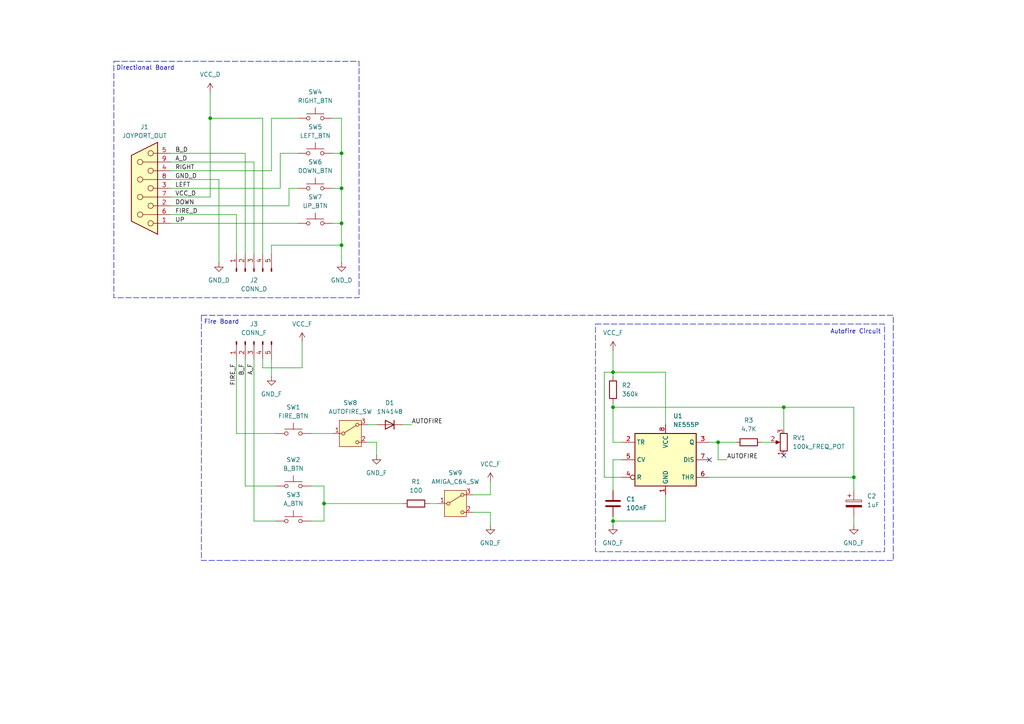
<source format=kicad_sch>
(kicad_sch (version 20231120) (generator "eeschema") (generator_version "8.0")
  (paper "A4")
  (title_block (title "YBoard") (date "2024-07-07") (rev "1.0") (company "Kot_Behemot"))
  (lib_symbols
    (symbol "Connector:Conn_01x05_Pin" (pin_names (offset 1.016) hide)
      (property "Reference" "J" (at 0 7.62 0))
      (property "Value" "Conn_01x05_Pin" (at 0 -7.62 0))
      (symbol "Conn_01x05_Pin_1_1"
        (polyline (pts (xy 1.27 -5.08) (xy 0.8636 -5.08)) (stroke (width 0.1524)))
        (polyline (pts (xy 1.27 -2.54) (xy 0.8636 -2.54)) (stroke (width 0.1524)))
        (polyline (pts (xy 1.27 0) (xy 0.8636 0)) (stroke (width 0.1524)))
        (polyline (pts (xy 1.27 2.54) (xy 0.8636 2.54)) (stroke (width 0.1524)))
        (polyline (pts (xy 1.27 5.08) (xy 0.8636 5.08)) (stroke (width 0.1524)))
        (rectangle (start 0.8636 -4.953) (end 0 -5.207) (stroke (width 0.1524)) (fill (type outline)))
        (rectangle (start 0.8636 -2.413) (end 0 -2.667) (stroke (width 0.1524)) (fill (type outline)))
        (rectangle (start 0.8636 0.127) (end 0 -0.127) (stroke (width 0.1524)) (fill (type outline)))
        (rectangle (start 0.8636 2.667) (end 0 2.413) (stroke (width 0.1524)) (fill (type outline)))
        (rectangle (start 0.8636 5.207) (end 0 4.953) (stroke (width 0.1524)) (fill (type outline)))
        (pin passive line (at 5.08 5.08 180) (length 3.81) (name "Pin_1") (number "1"))
        (pin passive line (at 5.08 2.54 180) (length 3.81) (name "Pin_2") (number "2"))
        (pin passive line (at 5.08 0 180) (length 3.81) (name "Pin_3") (number "3"))
        (pin passive line (at 5.08 -2.54 180) (length 3.81) (name "Pin_4") (number "4"))
        (pin passive line (at 5.08 -5.08 180) (length 3.81) (name "Pin_5") (number "5"))
      )
    )
    (symbol "Connector:DE9_Receptacle" (pin_names (offset 1.016) hide)
      (property "Reference" "J" (at 0 13.97 0))
      (property "Value" "DE9_Receptacle" (at 0 -14.605 0))
      (symbol "DE9_Receptacle_0_1"
        (circle (center -1.778 -10.16) (radius 0.762))
        (circle (center -1.778 -5.08) (radius 0.762))
        (circle (center -1.778 0) (radius 0.762))
        (circle (center -1.778 5.08) (radius 0.762))
        (circle (center -1.778 10.16) (radius 0.762))
        (polyline (pts (xy -3.81 -10.16) (xy -2.54 -10.16)))
        (polyline (pts (xy -3.81 -7.62) (xy 0.508 -7.62)))
        (polyline (pts (xy -3.81 -5.08) (xy -2.54 -5.08)))
        (polyline (pts (xy -3.81 -2.54) (xy 0.508 -2.54)))
        (polyline (pts (xy -3.81 0) (xy -2.54 0)))
        (polyline (pts (xy -3.81 2.54) (xy 0.508 2.54)))
        (polyline (pts (xy -3.81 5.08) (xy -2.54 5.08)))
        (polyline (pts (xy -3.81 7.62) (xy 0.508 7.62)))
        (polyline (pts (xy -3.81 10.16) (xy -2.54 10.16)))
        (polyline (pts (xy -3.81 13.335) (xy -3.81 -13.335) (xy 3.81 -9.525) (xy 3.81 9.525) (xy -3.81 13.335)) (stroke (width 0.254)) (fill (type background)))
        (circle (center 1.27 -7.62) (radius 0.762))
        (circle (center 1.27 -2.54) (radius 0.762))
        (circle (center 1.27 2.54) (radius 0.762))
        (circle (center 1.27 7.62) (radius 0.762))
      )
      (symbol "DE9_Receptacle_1_1"
        (pin passive line (at -7.62 10.16 0) (length 3.81) (name "1") (number "1"))
        (pin passive line (at -7.62 5.08 0) (length 3.81) (name "2") (number "2"))
        (pin passive line (at -7.62 0 0) (length 3.81) (name "3") (number "3"))
        (pin passive line (at -7.62 -5.08 0) (length 3.81) (name "4") (number "4"))
        (pin passive line (at -7.62 -10.16 0) (length 3.81) (name "5") (number "5"))
        (pin passive line (at -7.62 7.62 0) (length 3.81) (name "6") (number "6"))
        (pin passive line (at -7.62 2.54 0) (length 3.81) (name "7") (number "7"))
        (pin passive line (at -7.62 -2.54 0) (length 3.81) (name "8") (number "8"))
        (pin passive line (at -7.62 -7.62 0) (length 3.81) (name "9") (number "9"))
      )
    )
    (symbol "Device:C" (pin_numbers hide) (pin_names (offset 0.254))
      (property "Reference" "C" (at 0.635 2.54 0))
      (property "Value" "C" (at 0.635 -2.54 0))
      (symbol "C_0_1"
        (polyline (pts (xy -2.032 -0.762) (xy 2.032 -0.762)) (stroke (width 0.508)))
        (polyline (pts (xy -2.032 0.762) (xy 2.032 0.762)) (stroke (width 0.508)))
      )
      (symbol "C_1_1"
        (pin passive line (at 0 3.81 270) (length 2.794) (name "~") (number "1"))
        (pin passive line (at 0 -3.81 90) (length 2.794) (name "~") (number "2"))
      )
    )
    (symbol "Device:C_Polarized" (pin_numbers hide) (pin_names (offset 0.254))
      (property "Reference" "C" (at 0.635 2.54 0))
      (property "Value" "C_Polarized" (at 0.635 -2.54 0))
      (symbol "C_Polarized_0_1"
        (rectangle (start -2.286 0.508) (end 2.286 1.016))
        (polyline (pts (xy -1.778 2.286) (xy -0.762 2.286)))
        (polyline (pts (xy -1.27 2.794) (xy -1.27 1.778)))
        (rectangle (start 2.286 -0.508) (end -2.286 -1.016) (fill (type outline)))
      )
      (symbol "C_Polarized_1_1"
        (pin passive line (at 0 3.81 270) (length 2.794) (name "~") (number "1"))
        (pin passive line (at 0 -3.81 90) (length 2.794) (name "~") (number "2"))
      )
    )
    (symbol "Device:R" (pin_numbers hide) (pin_names (offset 0))
      (property "Reference" "R" (at 2.032 0 90))
      (property "Value" "R" (at 0 0 90))
      (symbol "R_0_1"
        (rectangle (start -1.016 -2.54) (end 1.016 2.54) (stroke (width 0.254)))
      )
      (symbol "R_1_1"
        (pin passive line (at 0 3.81 270) (length 1.27) (name "~") (number "1"))
        (pin passive line (at 0 -3.81 90) (length 1.27) (name "~") (number "2"))
      )
    )
    (symbol "Device:R_Potentiometer" (pin_names (offset 1.016) hide)
      (property "Reference" "RV" (at -4.445 0 90))
      (property "Value" "R_Potentiometer" (at -2.54 0 90))
      (symbol "R_Potentiometer_0_1"
        (polyline (pts (xy 2.54 0) (xy 1.524 0)))
        (polyline (pts (xy 1.143 0) (xy 2.286 0.508) (xy 2.286 -0.508) (xy 1.143 0)) (fill (type outline)))
        (rectangle (start 1.016 2.54) (end -1.016 -2.54) (stroke (width 0.254)))
      )
      (symbol "R_Potentiometer_1_1"
        (pin passive line (at 0 3.81 270) (length 1.27) (name "1") (number "1"))
        (pin passive line (at 3.81 0 180) (length 1.27) (name "2") (number "2"))
        (pin passive line (at 0 -3.81 90) (length 1.27) (name "3") (number "3"))
      )
    )
    (symbol "Diode:1N4148" (pin_numbers hide) (pin_names hide)
      (property "Reference" "D" (at 0 2.54 0))
      (property "Value" "1N4148" (at 0 -2.54 0))
      (symbol "1N4148_0_1"
        (polyline (pts (xy -1.27 1.27) (xy -1.27 -1.27)) (stroke (width 0.254)))
        (polyline (pts (xy 1.27 0) (xy -1.27 0)))
        (polyline (pts (xy 1.27 1.27) (xy 1.27 -1.27) (xy -1.27 0) (xy 1.27 1.27)) (stroke (width 0.254)))
      )
      (symbol "1N4148_1_1"
        (pin passive line (at -3.81 0 0) (length 2.54) (name "K") (number "1"))
        (pin passive line (at 3.81 0 180) (length 2.54) (name "A") (number "2"))
      )
    )
    (symbol "Switch:SW_Push" (pin_numbers hide) (pin_names (offset 1.016) hide)
      (property "Reference" "SW" (at 1.27 2.54 0))
      (property "Value" "SW_Push" (at 0 -1.524 0))
      (symbol "SW_Push_0_1"
        (circle (center -2.032 0) (radius 0.508))
        (polyline (pts (xy 0 1.27) (xy 0 3.048)))
        (polyline (pts (xy 2.54 1.27) (xy -2.54 1.27)))
        (circle (center 2.032 0) (radius 0.508))
        (pin passive line (at -5.08 0 0) (length 2.54) (name "1") (number "1"))
        (pin passive line (at 5.08 0 180) (length 2.54) (name "2") (number "2"))
      )
    )
    (symbol "Switch:SW_SPDT_312" (pin_names (offset 1) hide)
      (property "Reference" "SW" (at 0 5.08 0))
      (property "Value" "SW_SPDT_312" (at 0 -5.08 0))
      (symbol "SW_SPDT_312_0_1"
        (circle (center -2.032 0) (radius 0.4572))
        (polyline (pts (xy -1.651 0.254) (xy 1.651 2.286)))
        (circle (center 2.032 -2.54) (radius 0.4572))
        (circle (center 2.032 2.54) (radius 0.4572))
      )
      (symbol "SW_SPDT_312_1_1"
        (rectangle (start -3.175 3.81) (end 3.175 -3.81) (fill (type background)))
        (pin passive line (at -5.08 0 0) (length 2.54) (name "B") (number "1"))
        (pin passive line (at 5.08 -2.54 180) (length 2.54) (name "C") (number "2"))
        (pin passive line (at 5.08 2.54 180) (length 2.54) (name "A") (number "3"))
      )
    )
    (symbol "Timer:NE555P"
      (property "Reference" "U" (at -10.16 8.89 0))
      (property "Value" "NE555P" (at 2.54 8.89 0))
      (symbol "NE555P_0_0"
        (pin power_in line (at 0 -10.16 90) (length 2.54) (name "GND") (number "1"))
        (pin power_in line (at 0 10.16 270) (length 2.54) (name "VCC") (number "8"))
      )
      (symbol "NE555P_0_1"
        (rectangle (start -8.89 -7.62) (end 8.89 7.62) (stroke (width 0.254)) (fill (type background)))
        (rectangle (start -8.89 -7.62) (end 8.89 7.62) (stroke (width 0.254)) (fill (type background)))
      )
      (symbol "NE555P_1_1"
        (pin input line (at -12.7 5.08 0) (length 3.81) (name "TR") (number "2"))
        (pin output line (at 12.7 5.08 180) (length 3.81) (name "Q") (number "3"))
        (pin input inverted (at -12.7 -5.08 0) (length 3.81) (name "R") (number "4"))
        (pin input line (at -12.7 0 0) (length 3.81) (name "CV") (number "5"))
        (pin input line (at 12.7 -5.08 180) (length 3.81) (name "THR") (number "6"))
        (pin input line (at 12.7 0 180) (length 3.81) (name "DIS") (number "7"))
      )
    )
    (symbol "power:GND" (power) (pin_numbers hide) (pin_names (offset 0) hide)
      (property "Value" "GND" (at 0 -3.81 0))
      (symbol "GND_0_1"
        (polyline (pts (xy 0 0) (xy 0 -1.27) (xy 1.27 -1.27) (xy 0 -2.54) (xy -1.27 -1.27) (xy 0 -1.27)))
      )
      (symbol "GND_1_1"
        (pin power_in line (at 0 0 270) (length 0) (name "~") (number "1"))
      )
    )
    (symbol "power:VCC" (power) (pin_numbers hide) (pin_names (offset 0) hide)
      (property "Value" "VCC" (at 0 3.556 0))
      (symbol "VCC_0_1"
        (polyline (pts (xy -0.762 1.27) (xy 0 2.54)))
        (polyline (pts (xy 0 0) (xy 0 2.54)))
        (polyline (pts (xy 0 2.54) (xy 0.762 1.27)))
      )
      (symbol "VCC_1_1"
        (pin power_in line (at 0 0 90) (length 0) (name "~") (number "1"))
      )
    )
  )
  (junction (at 93.98 146.05))
  (junction (at 60.96 34.29))
  (junction (at 99.06 44.45))
  (junction (at 177.8 107.95))
  (junction (at 99.06 71.12))
  (junction (at 177.8 151.13))
  (junction (at 208.28 128.27))
  (junction (at 177.8 118.11))
  (junction (at 227.33 118.11))
  (junction (at 99.06 54.61))
  (junction (at 99.06 64.77))
  (junction (at 247.65 138.43))
  (no_connect (at 205.74 133.35))
  (no_connect (at 227.33 132.08))
  (wire (pts (xy 177.8 133.35) (xy 177.8 142.24)))
  (wire (pts (xy 106.68 128.27) (xy 109.22 128.27)))
  (wire (pts (xy 73.66 104.14) (xy 73.66 151.13)))
  (wire (pts (xy 87.63 106.68) (xy 76.2 106.68)))
  (wire (pts (xy 175.26 107.95) (xy 177.8 107.95)))
  (wire (pts (xy 99.06 64.77) (xy 99.06 71.12)))
  (wire (pts (xy 227.33 118.11) (xy 247.65 118.11)))
  (wire (pts (xy 76.2 34.29) (xy 60.96 34.29)))
  (wire (pts (xy 142.24 148.59) (xy 142.24 152.4)))
  (wire (pts (xy 177.8 116.84) (xy 177.8 118.11)))
  (wire (pts (xy 208.28 128.27) (xy 208.28 133.35)))
  (wire (pts (xy 99.06 34.29) (xy 99.06 44.45)))
  (wire (pts (xy 96.52 64.77) (xy 99.06 64.77)))
  (wire (pts (xy 193.04 151.13) (xy 177.8 151.13)))
  (wire (pts (xy 96.52 44.45) (xy 99.06 44.45)))
  (wire (pts (xy 83.82 54.61) (xy 86.36 54.61)))
  (wire (pts (xy 49.53 54.61) (xy 81.28 54.61)))
  (wire (pts (xy 177.8 128.27) (xy 177.8 118.11)))
  (wire (pts (xy 49.53 49.53) (xy 78.74 49.53)))
  (wire (pts (xy 227.33 124.46) (xy 227.33 118.11)))
  (wire (pts (xy 193.04 107.95) (xy 177.8 107.95)))
  (wire (pts (xy 68.58 125.73) (xy 80.01 125.73)))
  (wire (pts (xy 137.16 148.59) (xy 142.24 148.59)))
  (wire (pts (xy 49.53 62.23) (xy 68.58 62.23)))
  (wire (pts (xy 60.96 34.29) (xy 60.96 57.15)))
  (wire (pts (xy 78.74 104.14) (xy 78.74 109.22)))
  (wire (pts (xy 175.26 138.43) (xy 175.26 107.95)))
  (wire (pts (xy 177.8 107.95) (xy 177.8 109.22)))
  (wire (pts (xy 99.06 71.12) (xy 99.06 76.2)))
  (wire (pts (xy 76.2 73.66) (xy 76.2 34.29)))
  (wire (pts (xy 180.34 138.43) (xy 175.26 138.43)))
  (wire (pts (xy 83.82 59.69) (xy 83.82 54.61)))
  (wire (pts (xy 60.96 57.15) (xy 49.53 57.15)))
  (wire (pts (xy 177.8 101.6) (xy 177.8 107.95)))
  (wire (pts (xy 177.8 149.86) (xy 177.8 151.13)))
  (wire (pts (xy 78.74 49.53) (xy 78.74 34.29)))
  (wire (pts (xy 99.06 44.45) (xy 99.06 54.61)))
  (wire (pts (xy 73.66 46.99) (xy 73.66 73.66)))
  (wire (pts (xy 73.66 151.13) (xy 80.01 151.13)))
  (wire (pts (xy 247.65 138.43) (xy 247.65 142.24)))
  (wire (pts (xy 68.58 62.23) (xy 68.58 73.66)))
  (wire (pts (xy 49.53 52.07) (xy 63.5 52.07)))
  (wire (pts (xy 87.63 99.06) (xy 87.63 106.68)))
  (wire (pts (xy 78.74 73.66) (xy 78.74 71.12)))
  (wire (pts (xy 124.46 146.05) (xy 127 146.05)))
  (wire (pts (xy 78.74 71.12) (xy 99.06 71.12)))
  (wire (pts (xy 68.58 104.14) (xy 68.58 125.73)))
  (wire (pts (xy 81.28 44.45) (xy 86.36 44.45)))
  (wire (pts (xy 205.74 128.27) (xy 208.28 128.27)))
  (wire (pts (xy 208.28 133.35) (xy 210.82 133.35)))
  (wire (pts (xy 96.52 34.29) (xy 99.06 34.29)))
  (wire (pts (xy 208.28 128.27) (xy 213.36 128.27)))
  (wire (pts (xy 193.04 123.19) (xy 193.04 107.95)))
  (wire (pts (xy 220.98 128.27) (xy 223.52 128.27)))
  (wire (pts (xy 93.98 140.97) (xy 93.98 146.05)))
  (wire (pts (xy 116.84 123.19) (xy 119.38 123.19)))
  (wire (pts (xy 76.2 106.68) (xy 76.2 104.14)))
  (wire (pts (xy 142.24 143.51) (xy 137.16 143.51)))
  (wire (pts (xy 49.53 64.77) (xy 86.36 64.77)))
  (wire (pts (xy 193.04 143.51) (xy 193.04 151.13)))
  (wire (pts (xy 49.53 59.69) (xy 83.82 59.69)))
  (wire (pts (xy 63.5 52.07) (xy 63.5 76.2)))
  (wire (pts (xy 116.84 146.05) (xy 93.98 146.05)))
  (wire (pts (xy 81.28 54.61) (xy 81.28 44.45)))
  (wire (pts (xy 90.17 125.73) (xy 96.52 125.73)))
  (wire (pts (xy 247.65 118.11) (xy 247.65 138.43)))
  (wire (pts (xy 73.66 46.99) (xy 49.53 46.99)))
  (wire (pts (xy 71.12 140.97) (xy 71.12 104.14)))
  (wire (pts (xy 205.74 138.43) (xy 247.65 138.43)))
  (wire (pts (xy 180.34 133.35) (xy 177.8 133.35)))
  (wire (pts (xy 99.06 54.61) (xy 99.06 64.77)))
  (wire (pts (xy 180.34 128.27) (xy 177.8 128.27)))
  (wire (pts (xy 90.17 140.97) (xy 93.98 140.97)))
  (wire (pts (xy 96.52 54.61) (xy 99.06 54.61)))
  (wire (pts (xy 247.65 149.86) (xy 247.65 152.4)))
  (wire (pts (xy 60.96 26.67) (xy 60.96 34.29)))
  (wire (pts (xy 71.12 73.66) (xy 71.12 44.45)))
  (wire (pts (xy 90.17 151.13) (xy 93.98 151.13)))
  (wire (pts (xy 142.24 139.7) (xy 142.24 143.51)))
  (wire (pts (xy 106.68 123.19) (xy 109.22 123.19)))
  (wire (pts (xy 109.22 128.27) (xy 109.22 132.08)))
  (wire (pts (xy 177.8 151.13) (xy 177.8 152.4)))
  (wire (pts (xy 93.98 151.13) (xy 93.98 146.05)))
  (wire (pts (xy 78.74 34.29) (xy 86.36 34.29)))
  (wire (pts (xy 80.01 140.97) (xy 71.12 140.97)))
  (wire (pts (xy 177.8 118.11) (xy 227.33 118.11)))
  (wire (pts (xy 71.12 44.45) (xy 49.53 44.45)))
  (rectangle (start 33.02 17.78) (end 104.14 86.36) (stroke (width 0) (type dash)))
  (rectangle (start 172.72 93.98) (end 256.54 160.02) (stroke (width 0) (type dash)))
  (rectangle (start 58.42 91.44) (end 259.08 162.56) (stroke (width 0) (type dash)))
  (text "Fire Board" (at 64.262 93.472 0) (effects (font (size 1.27 1.27))))
  (text "Directional Board" (at 42.164 19.812 0) (effects (font (size 1.27 1.27))))
  (text "Autofire Circuit" (at 248.158 96.266 0) (effects (font (size 1.27 1.27))))
  (label "LEFT" (at 50.8 54.61 0))
  (label "FIRE_F" (at 68.58 105.41 270))
  (label "AUTOFIRE" (at 210.82 133.35 0))
  (label "A_F" (at 73.66 105.41 270))
  (label "B_D" (at 50.8 44.45 0))
  (label "FIRE_D" (at 50.8 62.23 0))
  (label "VCC_D" (at 50.8 57.15 0))
  (label "B_F" (at 71.12 105.41 270))
  (label "DOWN" (at 50.8 59.69 0))
  (label "AUTOFIRE" (at 119.38 123.19 0))
  (label "GND_D" (at 50.8 52.07 0))
  (label "UP" (at 50.8 64.77 0))
  (label "RIGHT" (at 50.8 49.53 0))
  (label "A_D" (at 50.8 46.99 0))
  (symbol (lib_id "power:GND") (at 177.8 152.4 0) (unit 1)
    (property "Reference" "#PWR09" (effects (hide yes)))
    (property "Value" "GND_F" (at 177.8 157.48 0))
    (property "Description" "Power symbol creates a global label with name \"GND\" , ground" (effects (hide yes)))
  )
  (symbol (lib_id "power:VCC") (at 87.63 99.06 0) (unit 1)
    (property "Reference" "#PWR010" (effects (hide yes)))
    (property "Value" "VCC_F" (at 87.63 93.98 0))
    (property "Description" "Power symbol creates a global label with name \"VCC\"" (effects (hide yes)))
  )
  (symbol (lib_id "Switch:SW_Push") (at 91.44 64.77 0) (unit 1)
    (property "Reference" "SW7" (at 91.44 57.15 0))
    (property "Value" "UP_BTN" (at 91.44 59.69 0))
    (property "Footprint" "Yboard:SW_MX" (effects (hide yes)))
    (property "Description" "Push button switch, generic, two pins" (effects (hide yes)))
  )
  (symbol (lib_id "Connector:Conn_01x05_Pin") (at 73.66 99.06 90) (mirror x) (unit 1)
    (property "Reference" "J3" (at 73.66 93.98 90))
    (property "Value" "CONN_F" (at 73.66 96.52 90))
    (property "Footprint" "Connector_JST:JST_XH_S5B-XH-A_1x05_P2.50mm_Horizontal" (effects (hide yes)))
    (property "Description" "Generic connector, single row, 01x05, script generated" (effects (hide yes)))
  )
  (symbol (lib_id "Device:C") (at 177.8 146.05 0) (unit 1)
    (property "Reference" "C1" (at 181.61 144.7799 0) (effects (justify left)))
    (property "Value" "100nF" (at 181.61 147.3199 0) (effects (justify left)))
    (property "Footprint" "Capacitor_THT:C_Disc_D4.7mm_W2.5mm_P5.00mm" (effects (hide yes)))
    (property "Description" "Unpolarized capacitor" (effects (hide yes)))
  )
  (symbol (lib_id "Switch:SW_Push") (at 91.44 54.61 0) (unit 1)
    (property "Reference" "SW6" (at 91.44 46.99 0))
    (property "Value" "DOWN_BTN" (at 91.44 49.53 0))
    (property "Footprint" "Yboard:SW_MX" (effects (hide yes)))
    (property "Description" "Push button switch, generic, two pins" (effects (hide yes)))
  )
  (symbol (lib_id "Device:R") (at 120.65 146.05 90) (unit 1)
    (property "Reference" "R1" (at 120.65 139.7 90))
    (property "Value" "100" (at 120.65 142.24 90))
    (property "Footprint" "Resistor_THT:R_Axial_DIN0207_L6.3mm_D2.5mm_P7.62mm_Horizontal" (effects (hide yes)))
    (property "Description" "Resistor" (effects (hide yes)))
  )
  (symbol (lib_id "power:GND") (at 109.22 132.08 0) (unit 1)
    (property "Reference" "#PWR02" (effects (hide yes)))
    (property "Value" "GND_F" (at 109.22 137.16 0))
    (property "Description" "Power symbol creates a global label with name \"GND\" , ground" (effects (hide yes)))
  )
  (symbol (lib_id "Switch:SW_Push") (at 85.09 151.13 0) (unit 1)
    (property "Reference" "SW3" (at 85.09 143.51 0))
    (property "Value" "A_BTN" (at 85.09 146.05 0))
    (property "Footprint" "Yboard:SW_MX" (effects (hide yes)))
    (property "Description" "Push button switch, generic, two pins" (effects (hide yes)))
  )
  (symbol (lib_id "Device:R") (at 177.8 113.03 180) (unit 1)
    (property "Reference" "R2" (at 180.34 111.7599 0) (effects (justify right)))
    (property "Value" "360k" (at 180.34 114.2999 0) (effects (justify right)))
    (property "Footprint" "Resistor_THT:R_Axial_DIN0207_L6.3mm_D2.5mm_P7.62mm_Horizontal" (effects (hide yes)))
    (property "Description" "Resistor" (effects (hide yes)))
  )
  (symbol (lib_id "Connector:DE9_Receptacle") (at 41.91 54.61 180) (unit 1)
    (property "Reference" "J1" (at 41.91 36.83 0))
    (property "Value" "JOYPORT_OUT" (at 41.91 39.37 0))
    (property "Footprint" "Connector_JST:JST_XH_S9B-XH-A_1x09_P2.50mm_Horizontal" (effects (hide yes)))
    (property "Description" "9-pin female receptacle socket D-SUB connector" (effects (hide yes)))
  )
  (symbol (lib_id "Switch:SW_Push") (at 91.44 34.29 0) (unit 1)
    (property "Reference" "SW4" (at 91.44 26.67 0))
    (property "Value" "RIGHT_BTN" (at 91.44 29.21 0))
    (property "Footprint" "Yboard:SW_MX" (effects (hide yes)))
    (property "Description" "Push button switch, generic, two pins" (effects (hide yes)))
  )
  (symbol (lib_id "Diode:1N4148") (at 113.03 123.19 180) (unit 1)
    (property "Reference" "D1" (at 113.03 116.84 0))
    (property "Value" "1N4148" (at 113.03 119.38 0))
    (property "Footprint" "Diode_THT:D_DO-35_SOD27_P7.62mm_Horizontal" (effects (hide yes)))
    (property "Datasheet" "https://assets.nexperia.com/documents/data-sheet/1N4148_1N4448.pdf" (effects (hide yes)))
    (property "Description" "100V 0.15A standard switching diode, DO-35" (effects (hide yes)))
    (property "Sim.Device" "D" (effects (hide yes)))
    (property "Sim.Pins" "1=K 2=A" (effects (hide yes)))
  )
  (symbol (lib_id "power:VCC") (at 60.96 26.67 0) (unit 1)
    (property "Reference" "#PWR03" (effects (hide yes)))
    (property "Value" "VCC_D" (at 60.96 21.59 0))
    (property "Description" "Power symbol creates a global label with name \"VCC\"" (effects (hide yes)))
  )
  (symbol (lib_id "power:VCC") (at 142.24 139.7 0) (unit 1)
    (property "Reference" "#PWR04" (effects (hide yes)))
    (property "Value" "VCC_F" (at 142.24 134.62 0))
    (property "Description" "Power symbol creates a global label with name \"VCC\"" (effects (hide yes)))
  )
  (symbol (lib_id "Switch:SW_Push") (at 85.09 140.97 0) (unit 1)
    (property "Reference" "SW2" (at 85.09 133.35 0))
    (property "Value" "B_BTN" (at 85.09 135.89 0))
    (property "Footprint" "Yboard:SW_MX" (effects (hide yes)))
    (property "Description" "Push button switch, generic, two pins" (effects (hide yes)))
  )
  (symbol (lib_id "Switch:SW_Push") (at 91.44 44.45 0) (unit 1)
    (property "Reference" "SW5" (at 91.44 36.83 0))
    (property "Value" "LEFT_BTN" (at 91.44 39.37 0))
    (property "Footprint" "Yboard:SW_MX" (effects (hide yes)))
    (property "Description" "Push button switch, generic, two pins" (effects (hide yes)))
  )
  (symbol (lib_id "Device:R") (at 217.17 128.27 90) (unit 1)
    (property "Reference" "R3" (at 217.17 121.92 90))
    (property "Value" "4.7K" (at 217.17 124.46 90))
    (property "Footprint" "Resistor_THT:R_Axial_DIN0207_L6.3mm_D2.5mm_P7.62mm_Horizontal" (effects (hide yes)))
    (property "Description" "Resistor" (effects (hide yes)))
  )
  (symbol (lib_id "Timer:NE555P") (at 193.04 133.35 0) (unit 1)
    (property "Reference" "U1" (at 195.2341 120.65 0) (effects (justify left)))
    (property "Value" "NE555P" (at 195.2341 123.19 0) (effects (justify left)))
    (property "Footprint" "Package_DIP:DIP-8_W7.62mm" (effects (hide yes)))
    (property "Datasheet" "http://www.ti.com/lit/ds/symlink/ne555.pdf" (effects (hide yes)))
    (property "Description" "Precision Timers, 555 compatible,  PDIP-8" (effects (hide yes)))
  )
  (symbol (lib_id "power:GND") (at 63.5 76.2 0) (unit 1)
    (property "Reference" "#PWR01" (effects (hide yes)))
    (property "Value" "GND_D" (at 63.5 81.28 0))
    (property "Description" "Power symbol creates a global label with name \"GND\" , ground" (effects (hide yes)))
  )
  (symbol (lib_id "power:GND") (at 247.65 152.4 0) (unit 1)
    (property "Reference" "#PWR07" (effects (hide yes)))
    (property "Value" "GND_F" (at 247.65 157.48 0))
    (property "Description" "Power symbol creates a global label with name \"GND\" , ground" (effects (hide yes)))
  )
  (symbol (lib_id "power:VCC") (at 177.8 101.6 0) (unit 1)
    (property "Reference" "#PWR08" (effects (hide yes)))
    (property "Value" "VCC_F" (at 177.8 96.52 0))
    (property "Description" "Power symbol creates a global label with name \"VCC\"" (effects (hide yes)))
  )
  (symbol (lib_id "Connector:Conn_01x05_Pin") (at 73.66 78.74 90) (unit 1)
    (property "Reference" "J2" (at 73.66 81.28 90))
    (property "Value" "CONN_D" (at 73.66 83.82 90))
    (property "Footprint" "Connector_JST:JST_XH_S5B-XH-A_1x05_P2.50mm_Horizontal" (effects (hide yes)))
    (property "Description" "Generic connector, single row, 01x05, script generated" (effects (hide yes)))
  )
  (symbol (lib_id "power:GND") (at 142.24 152.4 0) (unit 1)
    (property "Reference" "#PWR05" (effects (hide yes)))
    (property "Value" "GND_F" (at 142.24 157.48 0))
    (property "Description" "Power symbol creates a global label with name \"GND\" , ground" (effects (hide yes)))
  )
  (symbol (lib_id "Switch:SW_Push") (at 85.09 125.73 0) (unit 1)
    (property "Reference" "SW1" (at 85.09 118.11 0))
    (property "Value" "FIRE_BTN" (at 85.09 120.65 0))
    (property "Footprint" "Yboard:SW_MX" (effects (hide yes)))
    (property "Description" "Push button switch, generic, two pins" (effects (hide yes)))
  )
  (symbol (lib_id "Switch:SW_SPDT_312") (at 132.08 146.05 0) (unit 1)
    (property "Reference" "SW9" (at 132.08 137.16 0))
    (property "Value" "AMIGA_C64_SW" (at 132.08 139.7 0))
    (property "Footprint" "Yboard:SS12T44_SLIDER_SWITCH_SPDT" (effects (hide yes)))
    (property "Description" "Switch, single pole double throw" (effects (hide yes)))
  )
  (symbol (lib_id "Device:R_Potentiometer") (at 227.33 128.27 180) (unit 1)
    (property "Reference" "RV1" (at 229.87 126.9999 0) (effects (justify right)))
    (property "Value" "100k_FREQ_POT" (at 229.87 129.5399 0) (effects (justify right)))
    (property "Footprint" "Potentiometer_THT:Potentiometer_Piher_T-16H_Single_Horizontal" (effects (hide yes)))
    (property "Description" "Potentiometer" (effects (hide yes)))
  )
  (symbol (lib_id "power:GND") (at 78.74 109.22 0) (unit 1)
    (property "Reference" "#PWR011" (effects (hide yes)))
    (property "Value" "GND_F" (at 78.74 114.3 0))
    (property "Description" "Power symbol creates a global label with name \"GND\" , ground" (effects (hide yes)))
  )
  (symbol (lib_id "power:GND") (at 99.06 76.2 0) (unit 1)
    (property "Reference" "#PWR06" (effects (hide yes)))
    (property "Value" "GND_D" (at 99.06 81.28 0))
    (property "Description" "Power symbol creates a global label with name \"GND\" , ground" (effects (hide yes)))
  )
  (symbol (lib_id "Device:C_Polarized") (at 247.65 146.05 0) (unit 1)
    (property "Reference" "C2" (at 251.46 143.8909 0) (effects (justify left)))
    (property "Value" "1uF" (at 251.46 146.4309 0) (effects (justify left)))
    (property "Footprint" "Capacitor_THT:CP_Radial_D5.0mm_P2.50mm" (effects (hide yes)))
    (property "Description" "Polarized capacitor" (effects (hide yes)))
  )
  (symbol (lib_id "Switch:SW_SPDT_312") (at 101.6 125.73 0) (unit 1)
    (property "Reference" "SW8" (at 101.6 116.84 0))
    (property "Value" "AUTOFIRE_SW" (at 101.6 119.38 0))
    (property "Footprint" "Yboard:SS12T44_SLIDER_SWITCH_SPDT" (effects (hide yes)))
    (property "Description" "Switch, single pole double throw" (effects (hide yes)))
  )
)
</source>
